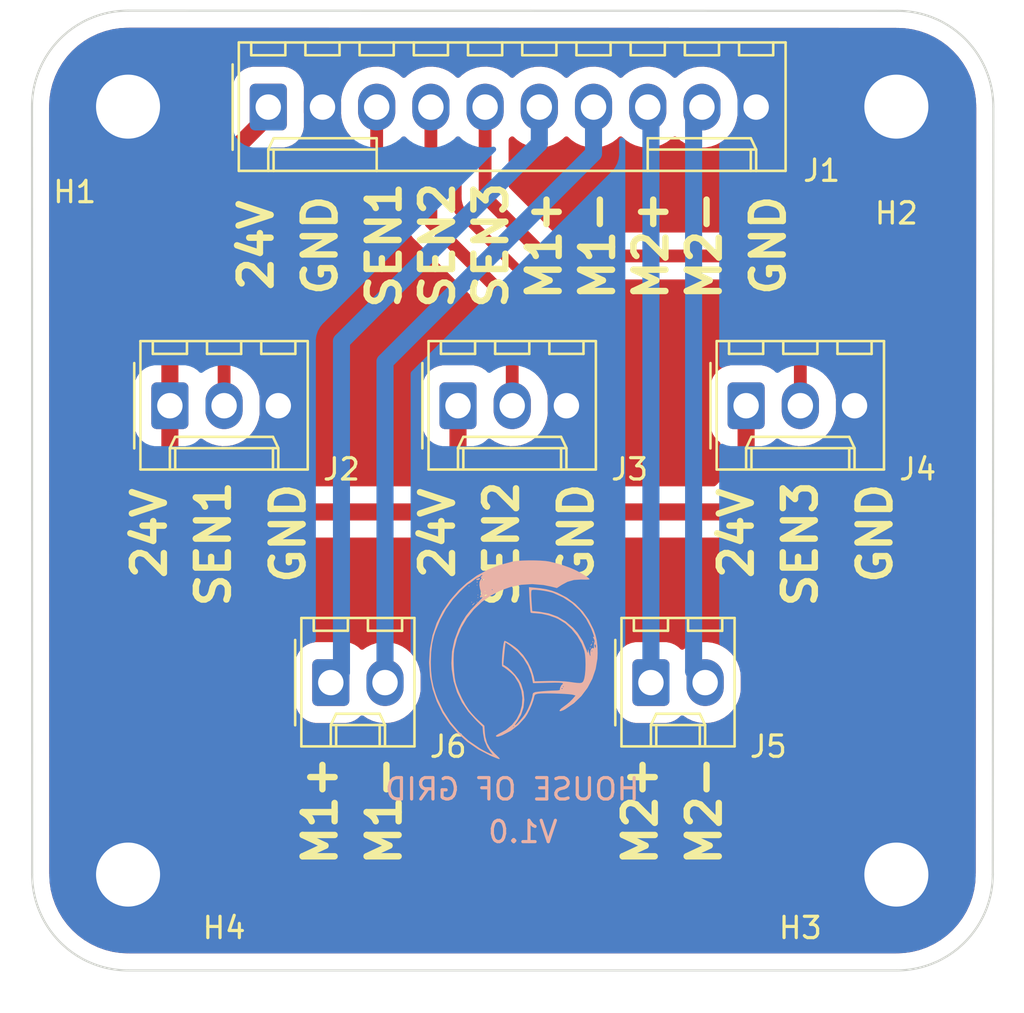
<source format=kicad_pcb>
(kicad_pcb (version 20211014) (generator pcbnew)
  (layers (0 "F.Cu" signal) (31 "B.Cu" signal) (34 "B.Paste" user) (35 "F.Paste" user) (36 "B.SilkS" user "B.Silkscreen") (37 "F.SilkS" user "F.Silkscreen") (38 "B.Mask" user) (39 "F.Mask" user) (44 "Edge.Cuts" user))
  (net 0 "")
  (net 1 "+24V")
  (net 2 "GNDREF")
  (net 3 "/sensor1")
  (net 4 "/sensor2")
  (net 5 "/sensor3")
  (net 6 "/M1+")
  (net 7 "/M1-")
  (net 8 "/M2+")
  (net 9 "/M2-")
  (footprint "Connector_Molex:Molex_KK-254_AE-6410-02A_1x02_P2.54mm_Vertical" (layer "F.Cu") (at 49 56.5)
    (fp_text reference "J6" (at 5.5 3) (layer "F.SilkS"))
    (fp_text value "Conn_01x02")
    (fp_line (start 3.92 2.99) (end 3.92 -3.03) (layer "F.SilkS") (width 0.12))
    (fp_line (start 0 1.99) (end 2.54 1.99) (layer "F.SilkS") (width 0.12))
    (fp_line (start 0.25 1.46) (end 2.29 1.46) (layer "F.SilkS") (width 0.12))
    (fp_line (start 3.92 -3.03) (end -1.38 -3.03) (layer "F.SilkS") (width 0.12))
    (fp_line (start 0 1.99) (end 0.25 1.46) (layer "F.SilkS") (width 0.12))
    (fp_line (start 2.29 1.46) (end 2.54 1.99) (layer "F.SilkS") (width 0.12))
    (fp_line (start -1.38 -3.03) (end -1.38 2.99) (layer "F.SilkS") (width 0.12))
    (fp_line (start 0.25 2.99) (end 0.25 1.99) (layer "F.SilkS") (width 0.12))
    (fp_line (start -1.38 2.99) (end 3.92 2.99) (layer "F.SilkS") (width 0.12))
    (fp_line (start 0.8 -2.43) (end 0.8 -3.03) (layer "F.SilkS") (width 0.12))
    (fp_line (start 3.34 -2.43) (end 3.34 -3.03) (layer "F.SilkS") (width 0.12))
    (fp_line (start 1.74 -3.03) (end 1.74 -2.43) (layer "F.SilkS") (width 0.12))
    (fp_line (start -1.67 -2) (end -1.67 2) (layer "F.SilkS") (width 0.12))
    (fp_line (start -0.8 -2.43) (end 0.8 -2.43) (layer "F.SilkS") (width 0.12))
    (fp_line (start 2.54 1.99) (end 2.54 2.99) (layer "F.SilkS") (width 0.12))
    (fp_line (start 1.74 -2.43) (end 3.34 -2.43) (layer "F.SilkS") (width 0.12))
    (fp_line (start 0 2.99) (end 0 1.99) (layer "F.SilkS") (width 0.12))
    (fp_line (start 2.29 2.99) (end 2.29 1.99) (layer "F.SilkS") (width 0.12))
    (fp_line (start -0.8 -3.03) (end -0.8 -2.43) (layer "F.SilkS") (width 0.12))
    (pad "1" thru_hole roundrect locked (at 0 0) (size 1.74 2.19) (drill 1.19) (layers *.Cu *.Mask) (roundrect_rratio 0.1436781609) (net 6 "/M1+"))
    (pad "2" thru_hole oval locked (at 2.54 0) (size 1.74 2.19) (drill 1.19) (layers *.Cu *.Mask) (net 7 "/M1-"))
  )
  (footprint "Fiducial:Fiducial_0.75mm_Mask1.5mm" (layer "F.Cu") (at 77.5 34.5)
    (fp_text reference "FID1" hide)
    (fp_text value "Fiducial")
    (pad "" smd circle locked (at 0 0) (size 0.75 0.75) (layers "F.Cu" "F.Mask") (clearance 0.375))
  )
  (footprint "MountingHole:MountingHole_3mm_Pad" (layer "F.Cu") (at 75.5 65.5)
    (fp_text reference "H3" (at -4.5 2.5) (layer "F.SilkS"))
    (fp_text value "MountingHole")
    (pad "1" thru_hole circle locked (at 0 0) (size 6 6) (drill 3) (layers *.Cu *.Mask) (net 2 "GNDREF"))
  )
  (footprint "Connector_Molex:Molex_KK-254_AE-6410-03A_1x03_P2.54mm_Vertical" (layer "F.Cu") (at 54.96 43.52)
    (fp_text reference "J3" (at 8.04 2.98) (layer "F.SilkS"))
    (fp_text value "Conn_01x03")
    (fp_line (start 0 2.99) (end 0 1.99) (layer "F.SilkS") (width 0.12))
    (fp_line (start -0.8 -2.43) (end 0.8 -2.43) (layer "F.SilkS") (width 0.12))
    (fp_line (start 5.08 1.99) (end 5.08 2.99) (layer "F.SilkS") (width 0.12))
    (fp_line (start 4.28 -3.03) (end 4.28 -2.43) (layer "F.SilkS") (width 0.12))
    (fp_line (start 4.83 1.46) (end 5.08 1.99) (layer "F.SilkS") (width 0.12))
    (fp_line (start 3.34 -2.43) (end 3.34 -3.03) (layer "F.SilkS") (width 0.12))
    (fp_line (start 4.83 2.99) (end 4.83 1.99) (layer "F.SilkS") (width 0.12))
    (fp_line (start 0.25 1.46) (end 4.83 1.46) (layer "F.SilkS") (width 0.12))
    (fp_line (start -0.8 -3.03) (end -0.8 -2.43) (layer "F.SilkS") (width 0.12))
    (fp_line (start 1.74 -3.03) (end 1.74 -2.43) (layer "F.SilkS") (width 0.12))
    (fp_line (start -1.38 -3.03) (end -1.38 2.99) (layer "F.SilkS") (width 0.12))
    (fp_line (start 0 1.99) (end 0.25 1.46) (layer "F.SilkS") (width 0.12))
    (fp_line (start -1.38 2.99) (end 6.46 2.99) (layer "F.SilkS") (width 0.12))
    (fp_line (start 6.46 2.99) (end 6.46 -3.03) (layer "F.SilkS") (width 0.12))
    (fp_line (start 6.46 -3.03) (end -1.38 -3.03) (layer "F.SilkS") (width 0.12))
    (fp_line (start 1.74 -2.43) (end 3.34 -2.43) (layer "F.SilkS") (width 0.12))
    (fp_line (start 4.28 -2.43) (end 5.88 -2.43) (layer "F.SilkS") (width 0.12))
    (fp_line (start -1.67 -2) (end -1.67 2) (layer "F.SilkS") (width 0.12))
    (fp_line (start 5.88 -2.43) (end 5.88 -3.03) (layer "F.SilkS") (width 0.12))
    (fp_line (start 0.25 2.99) (end 0.25 1.99) (layer "F.SilkS") (width 0.12))
    (fp_line (start 0.8 -2.43) (end 0.8 -3.03) (layer "F.SilkS") (width 0.12))
    (fp_line (start 0 1.99) (end 5.08 1.99) (layer "F.SilkS") (width 0.12))
    (pad "1" thru_hole roundrect locked (at 0 0) (size 1.74 2.19) (drill 1.19) (layers *.Cu *.Mask) (roundrect_rratio 0.1436781609) (net 1 "+24V"))
    (pad "2" thru_hole oval locked (at 2.54 0) (size 1.74 2.19) (drill 1.19) (layers *.Cu *.Mask) (net 4 "/sensor2"))
    (pad "3" thru_hole oval locked (at 5.08 0) (size 1.74 2.19) (drill 1.19) (layers *.Cu *.Mask) (net 2 "GNDREF"))
  )
  (footprint "MountingHole:MountingHole_3mm_Pad" (layer "F.Cu") (at 75.5 29.5)
    (fp_text reference "H2" (at 0 5) (layer "F.SilkS"))
    (fp_text value "MountingHole")
    (pad "1" thru_hole circle locked (at 0 0) (size 6 6) (drill 3) (layers *.Cu *.Mask) (net 2 "GNDREF"))
  )
  (footprint "Connector_Molex:Molex_KK-254_AE-6410-03A_1x03_P2.54mm_Vertical" (layer "F.Cu") (at 68.46 43.52)
    (fp_text reference "J4" (at 8.04 2.98) (layer "F.SilkS"))
    (fp_text value "Conn_01x03")
    (fp_line (start -1.38 -3.03) (end -1.38 2.99) (layer "F.SilkS") (width 0.12))
    (fp_line (start 4.83 2.99) (end 4.83 1.99) (layer "F.SilkS") (width 0.12))
    (fp_line (start 6.46 -3.03) (end -1.38 -3.03) (layer "F.SilkS") (width 0.12))
    (fp_line (start 0 1.99) (end 5.08 1.99) (layer "F.SilkS") (width 0.12))
    (fp_line (start 4.28 -3.03) (end 4.28 -2.43) (layer "F.SilkS") (width 0.12))
    (fp_line (start -1.38 2.99) (end 6.46 2.99) (layer "F.SilkS") (width 0.12))
    (fp_line (start 0.8 -2.43) (end 0.8 -3.03) (layer "F.SilkS") (width 0.12))
    (fp_line (start 4.83 1.46) (end 5.08 1.99) (layer "F.SilkS") (width 0.12))
    (fp_line (start -1.67 -2) (end -1.67 2) (layer "F.SilkS") (width 0.12))
    (fp_line (start 0 2.99) (end 0 1.99) (layer "F.SilkS") (width 0.12))
    (fp_line (start 6.46 2.99) (end 6.46 -3.03) (layer "F.SilkS") (width 0.12))
    (fp_line (start 0.25 2.99) (end 0.25 1.99) (layer "F.SilkS") (width 0.12))
    (fp_line (start 0 1.99) (end 0.25 1.46) (layer "F.SilkS") (width 0.12))
    (fp_line (start 1.74 -2.43) (end 3.34 -2.43) (layer "F.SilkS") (width 0.12))
    (fp_line (start -0.8 -3.03) (end -0.8 -2.43) (layer "F.SilkS") (width 0.12))
    (fp_line (start 1.74 -3.03) (end 1.74 -2.43) (layer "F.SilkS") (width 0.12))
    (fp_line (start 5.08 1.99) (end 5.08 2.99) (layer "F.SilkS") (width 0.12))
    (fp_line (start 4.28 -2.43) (end 5.88 -2.43) (layer "F.SilkS") (width 0.12))
    (fp_line (start 3.34 -2.43) (end 3.34 -3.03) (layer "F.SilkS") (width 0.12))
    (fp_line (start 0.25 1.46) (end 4.83 1.46) (layer "F.SilkS") (width 0.12))
    (fp_line (start -0.8 -2.43) (end 0.8 -2.43) (layer "F.SilkS") (width 0.12))
    (fp_line (start 5.88 -2.43) (end 5.88 -3.03) (layer "F.SilkS") (width 0.12))
    (pad "1" thru_hole roundrect locked (at 0 0) (size 1.74 2.19) (drill 1.19) (layers *.Cu *.Mask) (roundrect_rratio 0.1436781609) (net 1 "+24V"))
    (pad "2" thru_hole oval locked (at 2.54 0) (size 1.74 2.19) (drill 1.19) (layers *.Cu *.Mask) (net 5 "/sensor3"))
    (pad "3" thru_hole oval locked (at 5.08 0) (size 1.74 2.19) (drill 1.19) (layers *.Cu *.Mask) (net 2 "GNDREF"))
  )
  (footprint "Connector_Molex:Molex_KK-254_AE-6410-02A_1x02_P2.54mm_Vertical" (layer "F.Cu") (at 64 56.5)
    (fp_text reference "J5" (at 5.5 3) (layer "F.SilkS"))
    (fp_text value "Conn_01x02")
    (fp_line (start 2.54 1.99) (end 2.54 2.99) (layer "F.SilkS") (width 0.12))
    (fp_line (start 2.29 1.46) (end 2.54 1.99) (layer "F.SilkS") (width 0.12))
    (fp_line (start -0.8 -3.03) (end -0.8 -2.43) (layer "F.SilkS") (width 0.12))
    (fp_line (start -1.67 -2) (end -1.67 2) (layer "F.SilkS") (width 0.12))
    (fp_line (start 0 1.99) (end 2.54 1.99) (layer "F.SilkS") (width 0.12))
    (fp_line (start -1.38 -3.03) (end -1.38 2.99) (layer "F.SilkS") (width 0.12))
    (fp_line (start -0.8 -2.43) (end 0.8 -2.43) (layer "F.SilkS") (width 0.12))
    (fp_line (start 3.34 -2.43) (end 3.34 -3.03) (layer "F.SilkS") (width 0.12))
    (fp_line (start 1.74 -2.43) (end 3.34 -2.43) (layer "F.SilkS") (width 0.12))
    (fp_line (start 3.92 -3.03) (end -1.38 -3.03) (layer "F.SilkS") (width 0.12))
    (fp_line (start 0.25 2.99) (end 0.25 1.99) (layer "F.SilkS") (width 0.12))
    (fp_line (start 0 1.99) (end 0.25 1.46) (layer "F.SilkS") (width 0.12))
    (fp_line (start -1.38 2.99) (end 3.92 2.99) (layer "F.SilkS") (width 0.12))
    (fp_line (start 2.29 2.99) (end 2.29 1.99) (layer "F.SilkS") (width 0.12))
    (fp_line (start 0.8 -2.43) (end 0.8 -3.03) (layer "F.SilkS") (width 0.12))
    (fp_line (start 0.25 1.46) (end 2.29 1.46) (layer "F.SilkS") (width 0.12))
    (fp_line (start 3.92 2.99) (end 3.92 -3.03) (layer "F.SilkS") (width 0.12))
    (fp_line (start 0 2.99) (end 0 1.99) (layer "F.SilkS") (width 0.12))
    (fp_line (start 1.74 -3.03) (end 1.74 -2.43) (layer "F.SilkS") (width 0.12))
    (pad "1" thru_hole roundrect locked (at 0 0) (size 1.74 2.19) (drill 1.19) (layers *.Cu *.Mask) (roundrect_rratio 0.1436781609) (net 8 "/M2+"))
    (pad "2" thru_hole oval locked (at 2.54 0) (size 1.74 2.19) (drill 1.19) (layers *.Cu *.Mask) (net 9 "/M2-"))
  )
  (footprint "MountingHole:MountingHole_3mm_Pad" (layer "F.Cu") (at 39.5 65.5)
    (fp_text reference "H4" (at 4.5 2.5) (layer "F.SilkS"))
    (fp_text value "MountingHole")
    (pad "1" thru_hole circle locked (at 0 0) (size 6 6) (drill 3) (layers *.Cu *.Mask) (net 2 "GNDREF"))
  )
  (footprint "MountingHole:MountingHole_3mm_Pad" (layer "F.Cu") (at 39.5 29.5)
    (fp_text reference "H1" (at -2.5 4) (layer "F.SilkS"))
    (fp_text value "MountingHole")
    (pad "1" thru_hole circle locked (at 0 0) (size 6 6) (drill 3) (layers *.Cu *.Mask) (net 2 "GNDREF"))
  )
  (footprint "Connector_Molex:Molex_KK-254_AE-6410-03A_1x03_P2.54mm_Vertical" (layer "F.Cu") (at 41.46 43.52)
    (fp_text reference "J2" (at 8.04 2.98) (layer "F.SilkS"))
    (fp_text value "Conn_01x03")
    (fp_line (start 4.83 2.99) (end 4.83 1.99) (layer "F.SilkS") (width 0.12))
    (fp_line (start 4.28 -3.03) (end 4.28 -2.43) (layer "F.SilkS") (width 0.12))
    (fp_line (start -0.8 -2.43) (end 0.8 -2.43) (layer "F.SilkS") (width 0.12))
    (fp_line (start -1.67 -2) (end -1.67 2) (layer "F.SilkS") (width 0.12))
    (fp_line (start 0 1.99) (end 5.08 1.99) (layer "F.SilkS") (width 0.12))
    (fp_line (start 1.74 -2.43) (end 3.34 -2.43) (layer "F.SilkS") (width 0.12))
    (fp_line (start 0 2.99) (end 0 1.99) (layer "F.SilkS") (width 0.12))
    (fp_line (start -0.8 -3.03) (end -0.8 -2.43) (layer "F.SilkS") (width 0.12))
    (fp_line (start -1.38 2.99) (end 6.46 2.99) (layer "F.SilkS") (width 0.12))
    (fp_line (start 3.34 -2.43) (end 3.34 -3.03) (layer "F.SilkS") (width 0.12))
    (fp_line (start 0.8 -2.43) (end 0.8 -3.03) (layer "F.SilkS") (width 0.12))
    (fp_line (start 0.25 1.46) (end 4.83 1.46) (layer "F.SilkS") (width 0.12))
    (fp_line (start 1.74 -3.03) (end 1.74 -2.43) (layer "F.SilkS") (width 0.12))
    (fp_line (start 4.28 -2.43) (end 5.88 -2.43) (layer "F.SilkS") (width 0.12))
    (fp_line (start 6.46 -3.03) (end -1.38 -3.03) (layer "F.SilkS") (width 0.12))
    (fp_line (start 5.88 -2.43) (end 5.88 -3.03) (layer "F.SilkS") (width 0.12))
    (fp_line (start 0 1.99) (end 0.25 1.46) (layer "F.SilkS") (width 0.12))
    (fp_line (start 6.46 2.99) (end 6.46 -3.03) (layer "F.SilkS") (width 0.12))
    (fp_line (start -1.38 -3.03) (end -1.38 2.99) (layer "F.SilkS") (width 0.12))
    (fp_line (start 5.08 1.99) (end 5.08 2.99) (layer "F.SilkS") (width 0.12))
    (fp_line (start 4.83 1.46) (end 5.08 1.99) (layer "F.SilkS") (width 0.12))
    (fp_line (start 0.25 2.99) (end 0.25 1.99) (layer "F.SilkS") (width 0.12))
    (pad "1" thru_hole roundrect locked (at 0 0) (size 1.74 2.19) (drill 1.19) (layers *.Cu *.Mask) (roundrect_rratio 0.1436781609) (net 1 "+24V"))
    (pad "2" thru_hole oval locked (at 2.54 0) (size 1.74 2.19) (drill 1.19) (layers *.Cu *.Mask) (net 3 "/sensor1"))
    (pad "3" thru_hole oval locked (at 5.08 0) (size 1.74 2.19) (drill 1.19) (layers *.Cu *.Mask) (net 2 "GNDREF"))
  )
  (footprint "Fiducial:Fiducial_0.75mm_Mask1.5mm" (layer "F.Cu") (at 37.5 60.5)
    (fp_text reference "FID2" hide)
    (fp_text value "Fiducial")
    (pad "" smd circle locked (at 0 0) (size 0.75 0.75) (layers "F.Cu" "F.Mask") (clearance 0.375))
  )
  (footprint "Connector_Molex:Molex_KK-254_AE-6410-10A_1x10_P2.54mm_Vertical" (layer "F.Cu") (at 46.07 29.52)
    (fp_text reference "J1" (at 25.93 2.98) (layer "F.SilkS"))
    (fp_text value "Conn_01x10")
    (fp_line (start 17.78 1.46) (end 17.78 1.99) (layer "F.SilkS") (width 0.12))
    (fp_line (start 0.8 -2.43) (end 0.8 -3.03) (layer "F.SilkS") (width 0.12))
    (fp_line (start 17.78 1.99) (end 17.78 2.99) (layer "F.SilkS") (width 0.12))
    (fp_line (start -1.38 2.99) (end 24.24 2.99) (layer "F.SilkS") (width 0.12))
    (fp_line (start 4.28 -3.03) (end 4.28 -2.43) (layer "F.SilkS") (width 0.12))
    (fp_line (start 24.24 2.99) (end 24.24 -3.03) (layer "F.SilkS") (width 0.12))
    (fp_line (start 16.98 -2.43) (end 18.58 -2.43) (layer "F.SilkS") (width 0.12))
    (fp_line (start 22.06 -3.03) (end 22.06 -2.43) (layer "F.SilkS") (width 0.12))
    (fp_line (start 4.28 -2.43) (end 5.88 -2.43) (layer "F.SilkS") (width 0.12))
    (fp_line (start 9.36 -3.03) (end 9.36 -2.43) (layer "F.SilkS") (width 0.12))
    (fp_line (start 3.34 -2.43) (end 3.34 -3.03) (layer "F.SilkS") (width 0.12))
    (fp_line (start 21.12 -2.43) (end 21.12 -3.03) (layer "F.SilkS") (width 0.12))
    (fp_line (start 9.36 -2.43) (end 10.96 -2.43) (layer "F.SilkS") (width 0.12))
    (fp_line (start -1.38 -3.03) (end -1.38 2.99) (layer "F.SilkS") (width 0.12))
    (fp_line (start 0 2.99) (end 0 1.99) (layer "F.SilkS") (width 0.12))
    (fp_line (start 1.74 -2.43) (end 3.34 -2.43) (layer "F.SilkS") (width 0.12))
    (fp_line (start 13.5 -2.43) (end 13.5 -3.03) (layer "F.SilkS") (width 0.12))
    (fp_line (start 0.25 2.99) (end 0.25 1.99) (layer "F.SilkS") (width 0.12))
    (fp_line (start 23.66 -2.43) (end 23.66 -3.03) (layer "F.SilkS") (width 0.12))
    (fp_line (start 5.88 -2.43) (end 5.88 -3.03) (layer "F.SilkS") (width 0.12))
    (fp_line (start 6.82 -3.03) (end 6.82 -2.43) (layer "F.SilkS") (width 0.12))
    (fp_line (start 22.61 2.99) (end 22.61 1.99) (layer "F.SilkS") (width 0.12))
    (fp_line (start 14.44 -3.03) (end 14.44 -2.43) (layer "F.SilkS") (width 0.12))
    (fp_line (start 16.98 -3.03) (end 16.98 -2.43) (layer "F.SilkS") (width 0.12))
    (fp_line (start 22.06 -2.43) (end 23.66 -2.43) (layer "F.SilkS") (width 0.12))
    (fp_line (start 22.61 1.46) (end 17.78 1.46) (layer "F.SilkS") (width 0.12))
    (fp_line (start 11.9 -2.43) (end 13.5 -2.43) (layer "F.SilkS") (width 0.12))
    (fp_line (start 19.52 -3.03) (end 19.52 -2.43) (layer "F.SilkS") (width 0.12))
    (fp_line (start 16.04 -2.43) (end 16.04 -3.03) (layer "F.SilkS") (width 0.12))
    (fp_line (start 1.74 -3.03) (end 1.74 -2.43) (layer "F.SilkS") (width 0.12))
    (fp_line (start 18.58 -2.43) (end 18.58 -3.03) (layer "F.SilkS") (width 0.12))
    (fp_line (start 10.96 -2.43) (end 10.96 -3.03) (layer "F.SilkS") (width 0.12))
    (fp_line (start 0 1.99) (end 0.25 1.46) (layer "F.SilkS") (width 0.12))
    (fp_line (start 22.86 1.99) (end 22.61 1.46) (layer "F.SilkS") (width 0.12))
    (fp_line (start 6.82 -2.43) (end 8.42 -2.43) (layer "F.SilkS") (width 0.12))
    (fp_line (start -0.8 -2.43) (end 0.8 -2.43) (layer "F.SilkS") (width 0.12))
    (fp_line (start 0 1.99) (end 5.08 1.99) (layer "F.SilkS") (width 0.12))
    (fp_line (start -1.67 -2) (end -1.67 2) (layer "F.SilkS") (width 0.12))
    (fp_line (start 5.08 1.46) (end 5.08 1.99) (layer "F.SilkS") (width 0.12))
    (fp_line (start 14.44 -2.43) (end 16.04 -2.43) (layer "F.SilkS") (width 0.12))
    (fp_line (start 22.86 1.99) (end 17.78 1.99) (layer "F.SilkS") (width 0.12))
    (fp_line (start 11.9 -3.03) (end 11.9 -2.43) (layer "F.SilkS") (width 0.12))
    (fp_line (start 8.42 -2.43) (end 8.42 -3.03) (layer "F.SilkS") (width 0.12))
    (fp_line (start 5.08 1.99) (end 5.08 2.99) (layer "F.SilkS") (width 0.12))
    (fp_line (start 24.24 -3.03) (end -1.38 -3.03) (layer "F.SilkS") (width 0.12))
    (fp_line (start 0.25 1.46) (end 5.08 1.46) (layer "F.SilkS") (width 0.12))
    (fp_line (start -0.8 -3.03) (end -0.8 -2.43) (layer "F.SilkS") (width 0.12))
    (fp_line (start 22.86 2.99) (end 22.86 1.99) (layer "F.SilkS") (width 0.12))
    (fp_line (start 19.52 -2.43) (end 21.12 -2.43) (layer "F.SilkS") (width 0.12))
    (pad "1" thru_hole roundrect locked (at 0 0) (size 1.74 2.19) (drill 1.19) (layers *.Cu *.Mask) (roundrect_rratio 0.1436781609) (net 1 "+24V"))
    (pad "2" thru_hole oval locked (at 2.54 0) (size 1.74 2.19) (drill 1.19) (layers *.Cu *.Mask) (net 2 "GNDREF"))
    (pad "3" thru_hole oval locked (at 5.08 0) (size 1.74 2.19) (drill 1.19) (layers *.Cu *.Mask) (net 3 "/sensor1"))
    (pad "4" thru_hole oval locked (at 7.62 0) (size 1.74 2.19) (drill 1.19) (layers *.Cu *.Mask) (net 4 "/sensor2"))
    (pad "5" thru_hole oval locked (at 10.16 0) (size 1.74 2.19) (drill 1.19) (layers *.Cu *.Mask) (net 5 "/sensor3"))
    (pad "6" thru_hole oval locked (at 12.7 0) (size 1.74 2.19) (drill 1.19) (layers *.Cu *.Mask) (net 6 "/M1+"))
    (pad "7" thru_hole oval locked (at 15.24 0) (size 1.74 2.19) (drill 1.19) (layers *.Cu *.Mask) (net 7 "/M1-"))
    (pad "8" thru_hole oval locked (at 17.78 0) (size 1.74 2.19) (drill 1.19) (layers *.Cu *.Mask) (net 8 "/M2+"))
    (pad "9" thru_hole oval locked (at 20.32 0) (size 1.74 2.19) (drill 1.19) (layers *.Cu *.Mask) (net 9 "/M2-"))
    (pad "10" thru_hole oval locked (at 22.86 0) (size 1.74 2.19) (drill 1.19) (layers *.Cu *.Mask) (net 2 "GNDREF"))
  )
  (footprint "LOGO:LOGO" (layer "B.Cu") (at 57.5 55.5 180)
    (fp_text reference "G***" hide)
    (fp_text value "LOGO" hide)
    (fp_poly (pts (xy 1.773639 2.73962) (xy 1.803859 2.716322) (xy 1.868701 2.655445) (xy 1.868419 2.628271) (xy 1.861101 2.627586) (xy 1.826286 2.656088) (xy 1.788112 2.700575) (xy 1.752041 2.749977)) (layer "B.SilkS") (width 0) (fill solid))
    (fp_poly (pts (xy 1.918555 2.773563) (xy 1.897702 2.752709) (xy 1.876848 2.773563) (xy 1.897702 2.794417)) (layer "B.SilkS") (width 0) (fill solid))
    (fp_poly (pts (xy 2.043679 3.524302) (xy 2.022825 3.503448) (xy 2.001971 3.524302) (xy 2.022825 3.545156)) (layer "B.SilkS") (width 0) (fill solid))
    (fp_poly (pts (xy -3.767597 0.945375) (xy -3.762605 0.895878) (xy -3.767597 0.889765) (xy -3.792392 0.89549) (xy -3.795402 0.91757) (xy -3.780142 0.9519)) (layer "B.SilkS") (width 0) (fill solid))
    (fp_poly (pts (xy 1.626601 2.982102) (xy 1.605748 2.961248) (xy 1.584894 2.982102) (xy 1.605748 3.002956)) (layer "B.SilkS") (width 0) (fill solid))
    (fp_poly (pts (xy -3.642474 0.653421) (xy -3.637482 0.603924) (xy -3.642474 0.597811) (xy -3.667269 0.603536) (xy -3.670279 0.625616) (xy -3.655019 0.659946)) (layer "B.SilkS") (width 0) (fill solid))
    (fp_poly (pts (xy 1.601079 3.886281) (xy 1.667004 3.858712) (xy 1.687978 3.839027) (xy 1.675428 3.813432) (xy 1.610254 3.812787) (xy 1.553613 3.826683) (xy 1.505182 3.864479) (xy 1.501478 3.878389) (xy 1.532887 3.895587)) (layer "B.SilkS") (width 0) (fill solid))
    (fp_poly (pts (xy -3.712304 0.808958) (xy -3.706811 0.803569) (xy -3.673867 0.748885) (xy -3.678334 0.728781) (xy -3.709359 0.741298) (xy -3.730159 0.780221) (xy -3.742857 0.828947)) (layer "B.SilkS") (width 0) (fill solid))
    (fp_poly (pts (xy 1.654407 3.739792) (xy 1.659398 3.690295) (xy 1.654407 3.684182) (xy 1.629611 3.689907) (xy 1.626601 3.711987) (xy 1.641862 3.746317)) (layer "B.SilkS") (width 0) (fill solid))
    (fp_poly (pts (xy -0.498986 4.722716) (xy -0.254411 4.707899) (xy -0.063469 4.685156) (xy -0.020853 4.676966) (xy 0.596203 4.510416) (xy 1.154549 4.290725) (xy 1.663592 4.012903) (xy 2.132738 3.671959) (xy 2.492955 3.343094) (xy 2.917268 2.86208) (xy 3.266161 2.345665) (xy 3.539005 1.795389) (xy 3.735168 1.212797) (xy 3.854018 0.599429) (xy 3.894925 -0.04317) (xy 3.894883 -0.083415) (xy 3.851601 -0.706015) (xy 3.730332 -1.307258) (xy 3.535061 -1.881222) (xy 3.269776 -2.421987) (xy 2.938464 -2.923629) (xy 2.545112 -3.380227) (xy 2.093708 -3.785858) (xy 1.588237 -4.1346) (xy 1.032688 -4.420531) (xy 0.95175 -4.45496) (xy 0.780977 -4.525008) (xy 0.672848 -4.566367) (xy 0.613331 -4.583194) (xy 0.588396 -4.579644) (xy 0.583908 -4.563923) (xy 0.612484 -4.526235) (xy 0.687925 -4.448791) (xy 0.756726 -4.383468) (xy 0.910298 -4.383468) (xy 1.070338 -4.316965) (xy 1.186965 -4.261919) (xy 1.341968 -4.180207) (xy 1.502774 -4.089034) (xy 1.510366 -4.084546) (xy 2.030674 -3.729206) (xy 2.491472 -3.315815) (xy 2.891093 -2.846422) (xy 3.227866 -2.323082) (xy 3.500124 -1.747845) (xy 3.576863 -1.543186) (xy 3.688887 -1.178921) (xy 3.762393 -0.821599) (xy 3.802015 -0.441694) (xy 3.812516 -0.041708) (xy 3.796552 0.417188) (xy 3.748655 0.819373) (xy 3.665607 1.186455) (xy 3.598146 1.397209) (xy 3.37079 1.951785) (xy 3.101372 2.445041) (xy 2.780251 2.892512) (xy 2.432561 3.275419) (xy 2.292262 3.412423) (xy 2.172239 3.524653) (xy 2.085209 3.600554) (xy 2.043892 3.628571) (xy 2.043839 3.628571) (xy 1.9953 3.653351) (xy 1.906692 3.717074) (xy 1.83514 3.774548) (xy 1.728223 3.85618) (xy 1.641155 3.90916) (xy 1.606908 3.920525) (xy 1.537386 3.949783) (xy 1.501478 3.983087) (xy 1.437208 4.035739) (xy 1.404984 4.045649) (xy 1.398613 4.025549) (xy 1.441372 3.984413) (xy 1.488987 3.937266) (xy 1.463733 3.921852) (xy 1.430743 3.908878) (xy 1.45858 3.861943) (xy 1.47416 3.844253) (xy 1.52781 3.730171) (xy 1.539499 3.570342) (xy 1.509004 3.391241) (xy 1.478738 3.304817) (xy 1.440762 3.201624) (xy 1.439955 3.144619) (xy 1.475733 3.105644) (xy 1.513625 3.041522) (xy 1.503687 3.006529) (xy 1.464164 2.976642) (xy 1.441669 2.998503) (xy 1.382946 3.042058) (xy 1.365641 3.044663) (xy 1.374747 3.017745) (xy 1.434449 2.944397) (xy 1.534952 2.83573) (xy 1.666459 2.702855) (xy 1.670483 2.698903) (xy 1.948645 2.406664) (xy 2.171307 2.124935) (xy 2.357554 1.826873) (xy 2.514902 1.511291) (xy 2.709949 0.986476) (xy 2.822178 0.453217) (xy 2.851948 -0.090592) (xy 2.835097 -0.376806) (xy 2.745747 -0.935148) (xy 2.588097 -1.448753) (xy 2.358754 -1.924717) (xy 2.054324 -2.370139) (xy 1.687914 -2.775954) (xy 1.388713 -3.070299) (xy 1.367947 -3.360534) (xy 1.303395 -3.7149) (xy 1.164936 -4.037397) (xy 1.037155 -4.224985) (xy 0.910298 -4.383468) (xy 0.756726 -4.383468) (xy 0.794804 -4.347315) (xy 0.811456 -4.332032) (xy 1.029576 -4.09355) (xy 1.175509 -3.835737) (xy 1.258217 -3.539835) (xy 1.280216 -3.351102) (xy 1.303382 -3.02381) (xy 1.566027 -2.783589) (xy 1.723332 -2.62902) (xy 1.886813 -2.451406) (xy 2.021971 -2.28829) (xy 2.025923 -2.283097) (xy 2.185231 -2.043985) (xy 2.344615 -1.754572) (xy 2.488723 -1.446532) (xy 2.602201 -1.151538) (xy 2.647393 -1.000985) (xy 2.689895 -0.781177) (xy 2.721224 -0.507141) (xy 2.740202 -0.206517) (xy 2.745653 0.093055) (xy 2.7364 0.363936) (xy 2.713989 0.563476) (xy 2.582309 1.090105) (xy 2.381141 1.579078) (xy 2.117084 2.026079) (xy 1.796738 2.426791) (xy 1.426702 2.776899) (xy 1.013576 3.072085) (xy 0.921219 3.120552) (xy 1.171654 3.120552) (xy 1.201535 3.091596) (xy 1.209524 3.086371) (xy 1.272284 3.049953) (xy 1.291628 3.060784) (xy 1.29294 3.086371) (xy 1.272482 3.107225) (xy 1.334647 3.107225) (xy 1.355501 3.086371) (xy 1.376355 3.107225) (xy 1.355501 3.128079) (xy 1.334647 3.107225) (xy 1.272482 3.107225) (xy 1.25855 3.121426) (xy 1.219951 3.12744) (xy 1.171654 3.120552) (xy 0.921219 3.120552) (xy 0.628706 3.274056) (xy 1.251232 3.274056) (xy 1.272086 3.253202) (xy 1.29294 3.274056) (xy 1.272086 3.29491) (xy 1.251232 3.274056) (xy 0.628706 3.274056) (xy 0.563958 3.308034) (xy 0.42645 3.357471) (xy 0.91757 3.357471) (xy 0.938424 3.336617) (xy 0.959278 3.357471) (xy 0.938424 3.378325) (xy 0.91757 3.357471) (xy 0.42645 3.357471) (xy 0.084449 3.480428) (xy -0.418353 3.584952) (xy -0.937847 3.617289) (xy -1.467436 3.573123) (xy -1.78786 3.507963) (xy -2.095097 3.431224) (xy -2.309207 3.572937) (xy -2.59228 3.724881) (xy -2.889767 3.809624) (xy -3.223747 3.832912) (xy -3.299243 3.830593) (xy -3.452949 3.827055) (xy -3.568349 3.830956) (xy -3.625637 3.841414) (xy -3.628571 3.845224) (xy -3.620212 3.855939) (xy 1.310281 3.855939) (xy 1.314089 3.836632) (xy 1.358698 3.802058) (xy 1.406503 3.796256) (xy 1.418063 3.811794) (xy 1.385347 3.83858) (xy 1.353335 3.853024) (xy 1.310281 3.855939) (xy -3.620212 3.855939) (xy -3.593826 3.889764) (xy -3.499468 3.962351) (xy -3.360314 4.053371) (xy -3.191183 4.15321) (xy -3.006891 4.252255) (xy -2.981067 4.265338) (xy -2.710004 4.384595) (xy -2.382846 4.501189) (xy -2.026674 4.606187) (xy -1.73087 4.677605) (xy -1.55905 4.702548) (xy -1.327224 4.719523) (xy -1.058119 4.728536) (xy -0.774464 4.729598)) (layer "B.SilkS") (width 0) (fill solid))
    (fp_poly (pts (xy 1.626601 3.107225) (xy 1.605748 3.086371) (xy 1.584894 3.107225) (xy 1.605748 3.128079)) (layer "B.SilkS") (width 0) (fill solid))
    (fp_poly (pts (xy 1.668309 2.773563) (xy 1.647455 2.752709) (xy 1.626601 2.773563) (xy 1.647455 2.794417)) (layer "B.SilkS") (width 0) (fill solid))
    (fp_poly (pts (xy 1.668309 3.56601) (xy 1.647455 3.545156) (xy 1.626601 3.56601) (xy 1.647455 3.586864)) (layer "B.SilkS") (width 0) (fill solid))
    (fp_poly (pts (xy -0.81361 2.894429) (xy -0.825877 2.682176) (xy -0.838559 2.500162) (xy -0.850373 2.364438) (xy -0.860039 2.291053) (xy -0.862383 2.283498) (xy -0.91141 2.264855) (xy -1.014718 2.253273) (xy -1.076435 2.251493) (xy -1.375636 2.224433) (xy -1.702847 2.151106) (xy -2.02337 2.040251) (xy -2.160035 1.978558) (xy -2.487896 1.774116) (xy -2.787808 1.503608) (xy -3.046711 1.183044) (xy -3.251545 0.828435) (xy -3.382764 0.479639) (xy -3.413003 0.312469) (xy -3.430353 0.092178) (xy -3.435114 -0.155343) (xy -3.427586 -0.404202) (xy -3.40807 -0.628509) (xy -3.376866 -0.80237) (xy -3.367526 -0.834154) (xy -3.337333 -0.91758) (xy -3.301876 -0.974611) (xy -3.247604 -1.007707) (xy -3.16097 -1.019327) (xy -3.028422 -1.011931) (xy -2.836411 -0.98798) (xy -2.65946 -0.962693) (xy -2.453376 -0.941485) (xy -2.191534 -0.927572) (xy -1.901357 -0.92203) (xy -1.675055 -0.92416) (xy -1.054998 -0.938424) (xy -1.007384 -0.709031) (xy -0.901839 -0.368828) (xy -0.732698 -0.027066) (xy -0.51519 0.290515) (xy -0.264542 0.558177) (xy -0.250246 0.570808) (xy -0.129657 0.667599) (xy 0.010898 0.767804) (xy 0.151006 0.858364) (xy 0.270253 0.926216) (xy 0.348223 0.958302) (xy 0.356936 0.959277) (xy 0.38037 0.920577) (xy 0.404711 0.816433) (xy 0.428373 0.664778) (xy 0.449773 0.483547) (xy 0.467325 0.290674) (xy 0.479446 0.104093) (xy 0.484551 -0.058263) (xy 0.481056 -0.178459) (xy 0.467376 -0.238562) (xy 0.463054 -0.241872) (xy 0.378551 -0.288068) (xy 0.257873 -0.375041) (xy 0.123524 -0.484282) (xy -0.00199 -0.597284) (xy -0.096164 -0.695537) (xy -0.110833 -0.71385) (xy -0.306577 -1.034851) (xy -0.42722 -1.37407) (xy -0.475267 -1.721116) (xy -0.453219 -2.065599) (xy -0.363579 -2.397127) (xy -0.20885 -2.705311) (xy 0.008466 -2.97976) (xy 0.285865 -3.210083) (xy 0.522484 -3.343272) (xy 0.651124 -3.409687) (xy 0.739375 -3.467377) (xy 0.770069 -3.504919) (xy 0.769156 -3.507391) (xy 0.732095 -3.537039) (xy 0.66464 -3.535344) (xy 0.549876 -3.499851) (xy 0.451059 -3.461224) (xy 0.062661 -3.259428) (xy -0.188465 -3.065517) (xy -0.083415 -3.065517) (xy -0.062561 -3.086371) (xy -0.041707 -3.065517) (xy -0.062561 -3.044663) (xy -0.083415 -3.065517) (xy -0.188465 -3.065517) (xy -0.289746 -2.987311) (xy -0.593547 -2.654625) (xy -0.595267 -2.652375) (xy -0.705861 -2.481279) (xy -0.818942 -2.263118) (xy -0.920252 -2.029619) (xy -0.995531 -1.81251) (xy -1.022609 -1.701503) (xy -1.046959 -1.605136) (xy -1.090473 -1.554845) (xy -1.179381 -1.528485) (xy -1.238933 -1.518869) (xy -1.354964 -1.509667) (xy -1.529992 -1.505769) (xy -1.745597 -1.50657) (xy -1.983361 -1.511466) (xy -2.224865 -1.519851) (xy -2.451691 -1.531119) (xy -2.64542 -1.544667) (xy -2.787634 -1.559889) (xy -2.848437 -1.571741) (xy -2.965019 -1.60718) (xy -2.817669 -1.779326) (xy -2.698667 -1.899153) (xy -2.547044 -2.026796) (xy -2.440414 -2.104073) (xy -2.297944 -2.21098) (xy -2.224855 -2.290612) (xy -2.218638 -2.335787) (xy -2.276778 -2.339322) (xy -2.396766 -2.294032) (xy -2.489652 -2.244885) (xy -2.892181 -1.968065) (xy -3.240761 -1.632503) (xy -3.516702 -1.265134) (xy -2.363437 -1.265134) (xy -2.357712 -1.289929) (xy -2.335632 -1.292939) (xy -2.301302 -1.277679) (xy -2.307827 -1.265134) (xy -2.357324 -1.260143) (xy -2.363437 -1.265134) (xy -3.516702 -1.265134) (xy -3.530249 -1.247098) (xy -3.561119 -1.18867) (xy -2.419047 -1.18867) (xy -2.398193 -1.209524) (xy -2.37734 -1.18867) (xy -2.398193 -1.167816) (xy -2.419047 -1.18867) (xy -3.561119 -1.18867) (xy -3.641064 -1.037359) (xy -2.37734 -1.037359) (xy -2.355609 -1.082371) (xy -2.346059 -1.084726) (xy -2.306417 -1.11934) (xy -2.263264 -1.197777) (xy -2.233329 -1.282938) (xy -2.232509 -1.336502) (xy -2.206478 -1.354411) (xy -2.118578 -1.366653) (xy -2.033238 -1.369907) (xy -1.858049 -1.375073) (xy -1.648321 -1.386989) (xy -1.432201 -1.403461) (xy -1.237838 -1.422293) (xy -1.093381 -1.44129) (xy -1.073973 -1.444723) (xy -0.980883 -1.487353) (xy -0.959277 -1.542106) (xy -0.940986 -1.665584) (xy -0.892331 -1.837027) (xy -0.822641 -2.03103) (xy -0.741243 -2.222191) (xy -0.657466 -2.385108) (xy -0.637804 -2.41756) (xy -0.554049 -2.5394) (xy -0.453952 -2.669248) (xy -0.349592 -2.793614) (xy -0.253047 -2.899006) (xy -0.176394 -2.971934) (xy -0.131713 -2.998906) (xy -0.125123 -2.990205) (xy -0.147555 -2.952147) (xy -0.203937 -2.871602) (xy -0.23164 -2.833801) (xy -0.416214 -2.516999) (xy -0.52897 -2.169088) (xy -0.568655 -1.803437) (xy -0.534017 -1.433418) (xy -0.423804 -1.0724) (xy -0.40137 -1.021363) (xy -0.294636 -0.837974) (xy -0.142266 -0.63815) (xy 0.032369 -0.448568) (xy 0.205898 -0.295902) (xy 0.277895 -0.246047) (xy 0.41703 -0.160057) (xy 0.391313 0.138937) (xy 0.373777 0.329621) (xy 0.354094 0.524158) (xy 0.339202 0.65746) (xy 0.312808 0.87699) (xy 0.088084 0.725463) (xy -0.244157 0.45639) (xy -0.52319 0.137732) (xy -0.740227 -0.217631) (xy -0.886483 -0.596819) (xy -0.924434 -0.758736) (xy -0.975284 -1.026794) (xy -1.676312 -1.008555) (xy -1.957412 -1.003118) (xy -2.161557 -1.003715) (xy -2.295006 -1.010604) (xy -2.364018 -1.024042) (xy -2.37734 -1.037359) (xy -3.641064 -1.037359) (xy -3.755508 -0.820754) (xy -3.911397 -0.362369) (xy -3.992775 0.119153) (xy -4.00394 0.377532) (xy -4.001088 0.479639) (xy -3.753694 0.479639) (xy -3.73284 0.458785) (xy -3.711986 0.479639) (xy -3.73284 0.500493) (xy -3.753694 0.479639) (xy -4.001088 0.479639) (xy -3.99499 0.69798) (xy -3.993743 0.709031) (xy -3.920525 0.709031) (xy -3.913797 0.641139) (xy -3.904536 0.625616) (xy -3.882627 0.660005) (xy -3.866733 0.709031) (xy -3.864394 0.775537) (xy -3.882722 0.792447) (xy -3.913448 0.75748) (xy -3.920525 0.709031) (xy -3.993743 0.709031) (xy -3.964617 0.96711) (xy -3.961689 0.979848) (xy -3.856204 0.979848) (xy -3.855058 0.912869) (xy -3.855047 0.912851) (xy -3.835476 0.839393) (xy -3.829269 0.727528) (xy -3.829604 0.715984) (xy -3.82711 0.623333) (xy -3.806653 0.602671) (xy -3.786351 0.617984) (xy -3.740718 0.623232) (xy -3.696229 0.569213) (xy -3.663217 0.479571) (xy -3.65201 0.377948) (xy -3.658763 0.326008) (xy -3.667794 0.261611) (xy -3.656583 0.252722) (xy -3.631339 0.304913) (xy -3.600524 0.406137) (xy -3.592053 0.440406) (xy -3.567577 0.538909) (xy -3.555043 0.561071) (xy -3.548497 0.512029) (xy -3.546555 0.479639) (xy -3.540656 0.406193) (xy -3.529429 0.398962) (xy -3.505046 0.463366) (xy -3.486363 0.521346) (xy -3.306405 0.95258) (xy -3.05676 1.339902) (xy -2.856978 1.567148) (xy -2.506872 1.868732) (xy -2.126756 2.093796) (xy -1.710348 2.24531) (xy -1.251365 2.326244) (xy -1.251231 2.326257) (xy -0.938423 2.356486) (xy -0.904983 2.832329) (xy -0.891821 3.077587) (xy -0.892435 3.242134) (xy -0.906815 3.325297) (xy -0.914349 3.334627) (xy -0.989619 3.348933) (xy -1.125123 3.346473) (xy -1.299998 3.330006) (xy -1.493378 3.302286) (xy -1.684399 3.266073) (xy -1.852198 3.224122) (xy -1.921883 3.20149) (xy -2.388915 2.990181) (xy -2.80302 2.716115) (xy -3.160462 2.383046) (xy -3.457505 1.994729) (xy -3.690414 1.55492) (xy -3.773782 1.33983) (xy -3.816726 1.212962) (xy -3.832971 1.149245) (xy -3.823918 1.133289) (xy -3.791076 1.149636) (xy -3.778567 1.140574) (xy -3.808943 1.080754) (xy -3.815525 1.070516) (xy -3.856204 0.979848) (xy -3.961689 0.979848) (xy -3.907544 1.215442) (xy -3.818491 1.473497) (xy -3.811119 1.49222) (xy -3.590945 1.937287) (xy -3.303139 2.340765) (xy -2.956265 2.693997) (xy -2.558885 2.988328) (xy -2.119562 3.215103) (xy -2.097969 3.223976) (xy -1.853476 3.312532) (xy -1.608783 3.375815) (xy -1.332969 3.42073) (xy -1.111078 3.444376) (xy -0.78324 3.47408)) (layer "B.SilkS") (width 0) (fill solid))
  )
  (gr_line (start 39.5 25) (end 75.543019 25.006981) (layer "Edge.Cuts") (width 0.1))
  (gr_arc (start 75.543019 25.006981) (mid 78.725 26.325) (end 80.043019 29.506981) (layer "Edge.Cuts") (width 0.1))
  (gr_arc (start 80.018019 65.493019) (mid 78.7 68.675) (end 75.518019 69.993019) (layer "Edge.Cuts") (width 0.1))
  (gr_arc (start 39.506981 69.993019) (mid 36.325 68.675) (end 35.006981 65.493019) (layer "Edge.Cuts") (width 0.1))
  (gr_line (start 75.518019 69.993019) (end 39.506981 69.993019) (layer "Edge.Cuts") (width 0.1))
  (gr_arc (start 35 29.5) (mid 36.318019 26.318019) (end 39.5 25) (layer "Edge.Cuts") (width 0.1))
  (gr_line (start 80.043019 29.506981) (end 80.018019 65.493019) (layer "Edge.Cuts") (width 0.1))
  (gr_line (start 35 29.5) (end 35.006981 65.493019) (layer "Edge.Cuts") (width 0.1))
  (gr_text "V1.0" (at 58 63.5) (layer "B.SilkS") (effects (font (size 1 1)) (justify mirror)))
  (gr_text "HOUSE OF GRID" (at 57.5 61.5) (layer "B.SilkS") (effects (font (size 1 1)) (justify mirror)))
  (gr_text "24V" (at 54 49.5 90) (layer "F.SilkS") (effects (font (size 1.5 1.5) (thickness 0.3))))
  (gr_text "M2-" (at 66.5 62.5 90) (layer "F.SilkS") (effects (font (size 1.5 1.5) (thickness 0.3))))
  (gr_text "M2-" (at 66.5 36 90) (layer "F.SilkS") (effects (font (size 1.5 1.5) (thickness 0.3))))
  (gr_text "24V" (at 68 49.5 90) (layer "F.SilkS") (effects (font (size 1.5 1.5) (thickness 0.3))))
  (gr_text "SEN1" (at 51.5 36 90) (layer "F.SilkS") (effects (font (size 1.5 1.5) (thickness 0.3))))
  (gr_text "GND" (at 69.5 36 90) (layer "F.SilkS") (effects (font (size 1.5 1.5) (thickness 0.3))))
  (gr_text "24V" (at 45.5 36 90) (layer "F.SilkS") (effects (font (size 1.5 1.5) (thickness 0.3))))
  (gr_text "M1-" (at 51.5 62.5 90) (layer "F.SilkS") (effects (font (size 1.5 1.5) (thickness 0.3))))
  (gr_text "M2+" (at 64 36 90) (layer "F.SilkS") (effects (font (size 1.5 1.5) (thickness 0.3))))
  (gr_text "GND\n" (at 60.5 49.5 90) (layer "F.SilkS") (effects (font (size 1.5 1.5) (thickness 0.3))))
  (gr_text "24V" (at 40.5 49.5 90) (layer "F.SilkS") (effects (font (size 1.5 1.5) (thickness 0.3))))
  (gr_text "M2+" (at 63.5 62.5 90) (layer "F.SilkS") (effects (font (size 1.5 1.5) (thickness 0.3))))
  (gr_text "SEN3" (at 56.5 36 90) (layer "F.SilkS") (effects (font (size 1.5 1.5) (thickness 0.3))))
  (gr_text "SEN3" (at 71 50 90) (layer "F.SilkS") (effects (font (size 1.5 1.5) (thickness 0.3))))
  (gr_text "M1-" (at 61.5 36 90) (layer "F.SilkS") (effects (font (size 1.5 1.5) (thickness 0.3))))
  (gr_text "M1+" (at 59 36 90) (layer "F.SilkS") (effects (font (size 1.5 1.5) (thickness 0.3))))
  (gr_text "SEN2" (at 57 50 90) (layer "F.SilkS") (effects (font (size 1.5 1.5) (thickness 0.3))))
  (gr_text "SEN1" (at 43.5 50 90) (layer "F.SilkS") (effects (font (size 1.5 1.5) (thickness 0.3))))
  (gr_text "GND\n" (at 74.5 49.5 90) (layer "F.SilkS") (effects (font (size 1.5 1.5) (thickness 0.3))))
  (gr_text "SEN2" (at 54 36 90) (layer "F.SilkS") (effects (font (size 1.5 1.5) (thickness 0.3))))
  (gr_text "GND\n" (at 47 49.5 90) (layer "F.SilkS") (effects (font (size 1.5 1.5) (thickness 0.3))))
  (gr_text "GND\n" (at 48.5 36 90) (layer "F.SilkS") (effects (font (size 1.5 1.5) (thickness 0.3))))
  (gr_text "M1+" (at 48.5 62.5 90) (layer "F.SilkS") (effects (font (size 1.5 1.5) (thickness 0.3))))
  (segment (start 46.07 29.93) (end 41.46 34.54) (width 0.8) (layer "F.Cu") (net 1))
  (segment (start 41.46 43.52) (end 41.46 46.96) (width 0.8) (layer "F.Cu") (net 1))
  (segment (start 54.96 43.52) (end 54.96 48.04) (width 0.8) (layer "F.Cu") (net 1))
  (segment (start 46.07 29.52) (end 46.07 29.93) (width 0.8) (layer "F.Cu") (net 1))
  (segment (start 43 48.5) (end 54.5 48.5) (width 0.8) (layer "F.Cu") (net 1))
  (segment (start 54.5 48.5) (end 67.5 48.5) (width 0.8) (layer "F.Cu") (net 1))
  (segment (start 68.46 47.54) (end 68.46 43.52) (width 0.8) (layer "F.Cu") (net 1))
  (segment (start 41.46 46.96) (end 43 48.5) (width 0.8) (layer "F.Cu") (net 1))
  (segment (start 41.46 34.54) (end 41.46 43.52) (width 0.8) (layer "F.Cu") (net 1))
  (segment (start 54.96 48.04) (end 54.5 48.5) (width 0.8) (layer "F.Cu") (net 1))
  (segment (start 67.5 48.5) (end 68.46 47.54) (width 0.8) (layer "F.Cu") (net 1))
  (segment (start 51.15 29.52) (end 51.15 32.35) (width 0.6) (layer "F.Cu") (net 3))
  (segment (start 44 39.5) (end 44 43.52) (width 0.6) (layer "F.Cu") (net 3))
  (segment (start 51.15 32.35) (end 44 39.5) (width 0.6) (layer "F.Cu") (net 3))
  (segment (start 57.5 38.734666) (end 57.5 43.52) (width 0.6) (layer "F.Cu") (net 4))
  (segment (start 53.69 29.52) (end 53.69 34.924666) (width 0.6) (layer "F.Cu") (net 4))
  (segment (start 53.69 34.924666) (end 57.5 38.734666) (width 0.6) (layer "F.Cu") (net 4))
  (segment (start 56.23 33.73) (end 59 36.5) (width 0.6) (layer "F.Cu") (net 5))
  (segment (start 56.23 29.52) (end 56.23 33.73) (width 0.6) (layer "F.Cu") (net 5))
  (segment (start 59 36.5) (end 68 36.5) (width 0.6) (layer "F.Cu") (net 5))
  (segment (start 68 36.5) (end 71 39.5) (width 0.6) (layer "F.Cu") (net 5))
  (segment (start 71 39.5) (end 71 43.52) (width 0.6) (layer "F.Cu") (net 5))
  (segment (start 58.77 29.52) (end 58.77 31.23) (width 0.8) (layer "B.Cu") (net 6))
  (segment (start 49.5 56) (end 49 56.5) (width 0.8) (layer "B.Cu") (net 6))
  (segment (start 49.5 40.5) (end 49.5 56) (width 0.8) (layer "B.Cu") (net 6))
  (segment (start 58.77 31.23) (end 49.5 40.5) (width 0.8) (layer "B.Cu") (net 6))
  (segment (start 51.54 56.5) (end 51.54 41.46) (width 0.8) (layer "B.Cu") (net 7))
  (segment (start 61.31 31.69) (end 61.31 29.52) (width 0.8) (layer "B.Cu") (net 7))
  (segment (start 51.54 41.46) (end 61.31 31.69) (width 0.8) (layer "B.Cu") (net 7))
  (segment (start 63.85 29.52) (end 64 29.67) (width 0.8) (layer "B.Cu") (net 8))
  (segment (start 64 29.67) (end 64 56.5) (width 0.8) (layer "B.Cu") (net 8))
  (segment (start 66 55.96) (end 66.54 56.5) (width 0.8) (layer "B.Cu") (net 9))
  (segment (start 66 29.91) (end 66 55.96) (width 0.8) (layer "B.Cu") (net 9))
  (segment (start 66.39 29.52) (end 66 29.91) (width 0.8) (layer "B.Cu") (net 9))
  (zone (net 2) (net_name "GNDREF") (layers F&B.Cu) (name "GND") (priority 1) (connect_pads yes (clearance 0.8)) (min_thickness 0.254) (fill yes (thermal_gap 0.508) (thermal_bridge_width 0.508) (smoothing fillet) (radius 0.4))
    (polygon (pts (xy 81.5 72) (xy 33.5 71.5) (xy 33.5 24.5) (xy 81.5 24.5)))
  )
)
</source>
